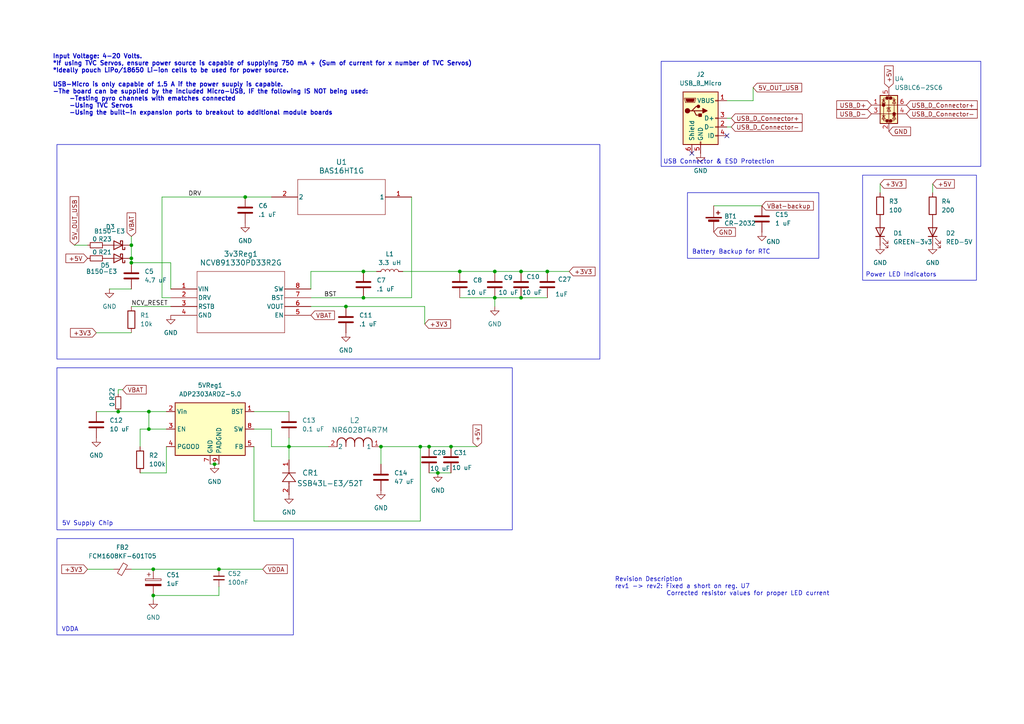
<source format=kicad_sch>
(kicad_sch (version 20231120) (generator "eeschema") (generator_version "8.0")
  (paper "A4")
  (title_block (title "H.A.V.O.C.") (date "2024-10-20") (rev "2"))
  (lib_symbols
    (symbol "5v power supply diode:SSB43L-E3_52T" (pin_names (offset 0.254))
      (property "Reference" "CR" (at 5.08 4.445 0))
      (property "Value" "SSB43L-E3/52T" (at 5.08 -3.81 0))
      (symbol "SSB43L-E3_52T_1_1"
        (polyline (pts (xy 2.54 0) (xy 3.4798 0)) (stroke (width 0.2032)))
        (polyline (pts (xy 3.175 0) (xy 3.81 0)) (stroke (width 0.2032)))
        (polyline (pts (xy 3.81 -1.905) (xy 6.35 0)) (stroke (width 0.2032)))
        (polyline (pts (xy 3.81 1.905) (xy 3.81 -1.905)) (stroke (width 0.2032)))
        (polyline (pts (xy 6.35 -1.905) (xy 6.35 1.905)) (stroke (width 0.2032)))
        (polyline (pts (xy 6.35 0) (xy 3.81 1.905)) (stroke (width 0.2032)))
        (polyline (pts (xy 6.35 0) (xy 7.62 0)) (stroke (width 0.2032)))
        (pin unspecified line (at 10.16 0 180) (length 2.54) (name "") (number "1"))
        (pin unspecified line (at 0 0 0) (length 2.54) (name "") (number "2"))
      )
      (symbol "SSB43L-E3_52T_1_2"
        (polyline (pts (xy -1.905 3.81) (xy 1.905 3.81)) (stroke (width 0.2032)))
        (polyline (pts (xy 0 2.54) (xy 0 3.4798)) (stroke (width 0.2032)))
        (polyline (pts (xy 0 3.175) (xy 0 3.81)) (stroke (width 0.2032)))
        (polyline (pts (xy 0 6.35) (xy -1.905 3.81)) (stroke (width 0.2032)))
        (polyline (pts (xy 0 6.35) (xy 0 7.62)) (stroke (width 0.2032)))
        (polyline (pts (xy 1.905 3.81) (xy 0 6.35)) (stroke (width 0.2032)))
        (polyline (pts (xy 1.905 6.35) (xy -1.905 6.35)) (stroke (width 0.2032)))
        (pin unspecified line (at 0 10.16 270) (length 2.54) (name "") (number "1"))
        (pin unspecified line (at 0 0 90) (length 2.54) (name "") (number "2"))
      )
    )
    (symbol "BAS16HT1G:BAS16HT1G" (pin_names (offset 0.254))
      (property "Reference" "U" (at 20.32 10.16 0))
      (property "Value" "BAS16HT1G" (at 20.32 7.62 0))
      (symbol "BAS16HT1G_0_1"
        (polyline (pts (xy 7.62 -5.08) (xy 33.02 -5.08)) (stroke (width 0.127)))
        (polyline (pts (xy 7.62 5.08) (xy 7.62 -5.08)) (stroke (width 0.127)))
        (polyline (pts (xy 33.02 -5.08) (xy 33.02 5.08)) (stroke (width 0.127)))
        (polyline (pts (xy 33.02 5.08) (xy 7.62 5.08)) (stroke (width 0.127)))
        (pin unspecified line (at 0 0 0) (length 7.62) (name "1") (number "1"))
        (pin unspecified line (at 40.64 0 180) (length 7.62) (name "2") (number "2"))
      )
    )
    (symbol "Connector:USB_B_Micro" (pin_names (offset 1.016))
      (property "Reference" "J" (at -5.08 11.43 0))
      (property "Value" "USB_B_Micro" (at -5.08 8.89 0))
      (symbol "USB_B_Micro_0_1"
        (rectangle (start -5.08 -7.62) (end 5.08 7.62) (stroke (width 0.254)) (fill (type background)))
        (circle (center -3.81 2.159) (radius 0.635) (stroke (width 0.254)) (fill (type outline)))
        (circle (center -0.635 3.429) (radius 0.381) (stroke (width 0.254)) (fill (type outline)))
        (rectangle (start -0.127 -7.62) (end 0.127 -6.858))
        (polyline (pts (xy -1.905 2.159) (xy 0.635 2.159)) (stroke (width 0.254)))
        (polyline (pts (xy -3.175 2.159) (xy -2.54 2.159) (xy -1.27 3.429) (xy -0.635 3.429)) (stroke (width 0.254)))
        (polyline (pts (xy -2.54 2.159) (xy -1.905 2.159) (xy -1.27 0.889) (xy 0 0.889)) (stroke (width 0.254)))
        (polyline (pts (xy 0.635 2.794) (xy 0.635 1.524) (xy 1.905 2.159) (xy 0.635 2.794)) (stroke (width 0.254)) (fill (type outline)))
        (polyline (pts (xy -4.318 5.588) (xy -1.778 5.588) (xy -2.032 4.826) (xy -4.064 4.826) (xy -4.318 5.588)) (fill (type outline)))
        (polyline (pts (xy -4.699 5.842) (xy -4.699 5.588) (xy -4.445 4.826) (xy -4.445 4.572) (xy -1.651 4.572) (xy -1.651 4.826) (xy -1.397 5.588) (xy -1.397 5.842) (xy -4.699 5.842)))
        (rectangle (start 0.254 1.27) (end -0.508 0.508) (stroke (width 0.254)) (fill (type outline)))
        (rectangle (start 5.08 -5.207) (end 4.318 -4.953))
        (rectangle (start 5.08 -2.667) (end 4.318 -2.413))
        (rectangle (start 5.08 -0.127) (end 4.318 0.127))
        (rectangle (start 5.08 4.953) (end 4.318 5.207))
      )
      (symbol "USB_B_Micro_1_1"
        (pin power_out line (at 7.62 5.08 180) (length 2.54) (name "VBUS") (number "1"))
        (pin bidirectional line (at 7.62 -2.54 180) (length 2.54) (name "D-") (number "2"))
        (pin bidirectional line (at 7.62 0 180) (length 2.54) (name "D+") (number "3"))
        (pin passive line (at 7.62 -5.08 180) (length 2.54) (name "ID") (number "4"))
        (pin power_out line (at 0 -10.16 90) (length 2.54) (name "GND") (number "5"))
        (pin passive line (at -2.54 -10.16 90) (length 2.54) (name "Shield") (number "6"))
      )
    )
    (symbol "Device:C" (pin_numbers hide) (pin_names (offset 0.254))
      (property "Reference" "C" (at 0.635 2.54 0))
      (property "Value" "C" (at 0.635 -2.54 0))
      (symbol "C_0_1"
        (polyline (pts (xy -2.032 -0.762) (xy 2.032 -0.762)) (stroke (width 0.508)))
        (polyline (pts (xy -2.032 0.762) (xy 2.032 0.762)) (stroke (width 0.508)))
      )
      (symbol "C_1_1"
        (pin passive line (at 0 3.81 270) (length 2.794) (name "~") (number "1"))
        (pin passive line (at 0 -3.81 90) (length 2.794) (name "~") (number "2"))
      )
    )
    (symbol "Device:L" (pin_numbers hide) (pin_names (offset 1.016) hide)
      (property "Reference" "L" (at -1.27 0 90))
      (property "Value" "L" (at 1.905 0 90))
      (symbol "L_0_1"
        (arc (start 0 -2.54) (mid 0.6323 -1.905) (end 0 -1.27))
        (arc (start 0 -1.27) (mid 0.6323 -0.635) (end 0 0))
        (arc (start 0 0) (mid 0.6323 0.635) (end 0 1.27))
        (arc (start 0 1.27) (mid 0.6323 1.905) (end 0 2.54))
      )
      (symbol "L_1_1"
        (pin passive line (at 0 3.81 270) (length 1.27) (name "1") (number "1"))
        (pin passive line (at 0 -3.81 90) (length 1.27) (name "2") (number "2"))
      )
    )
    (symbol "Device:R" (pin_numbers hide) (pin_names (offset 0))
      (property "Reference" "R" (at 2.032 0 90))
      (property "Value" "R" (at 0 0 90))
      (symbol "R_0_1"
        (rectangle (start -1.016 -2.54) (end 1.016 2.54) (stroke (width 0.254)))
      )
      (symbol "R_1_1"
        (pin passive line (at 0 3.81 270) (length 1.27) (name "~") (number "1"))
        (pin passive line (at 0 -3.81 90) (length 1.27) (name "~") (number "2"))
      )
    )
    (symbol "Device:R_Small" (pin_numbers hide) (pin_names (offset 0.254) hide)
      (property "Reference" "R" (at 0.762 0.508 0))
      (property "Value" "R_Small" (at 0.762 -1.016 0))
      (symbol "R_Small_0_1"
        (rectangle (start -0.762 1.778) (end 0.762 -1.778) (stroke (width 0.2032)))
      )
      (symbol "R_Small_1_1"
        (pin passive line (at 0 2.54 270) (length 0.762) (name "~") (number "1"))
        (pin passive line (at 0 -2.54 90) (length 0.762) (name "~") (number "2"))
      )
    )
    (symbol "Diode:B150-E3" (pin_numbers hide) (pin_names hide)
      (property "Reference" "D" (at 0 2.54 0))
      (property "Value" "B150-E3" (at 0 -2.54 0))
      (symbol "B150-E3_0_1"
        (polyline (pts (xy 1.27 0) (xy -1.27 0)))
        (polyline (pts (xy 1.27 1.27) (xy 1.27 -1.27) (xy -1.27 0) (xy 1.27 1.27)) (stroke (width 0.254)))
        (polyline (pts (xy -1.905 0.635) (xy -1.905 1.27) (xy -1.27 1.27) (xy -1.27 -1.27) (xy -0.635 -1.27) (xy -0.635 -0.635)) (stroke (width 0.254)))
      )
      (symbol "B150-E3_1_1"
        (pin passive line (at -3.81 0 0) (length 2.54) (name "K") (number "1"))
        (pin passive line (at 3.81 0 180) (length 2.54) (name "A") (number "2"))
      )
    )
    (symbol "HAVOC Power IC:NCV891330PD33R2G" (pin_names (offset 0.254))
      (property "Reference" "U" (at 20.32 10.16 0))
      (property "Value" "NCV891330PD33R2G" (at 20.32 7.62 0))
      (symbol "NCV891330PD33R2G_0_1"
        (polyline (pts (xy 7.62 -12.7) (xy 33.02 -12.7)) (stroke (width 0.127)))
        (polyline (pts (xy 7.62 5.08) (xy 7.62 -12.7)) (stroke (width 0.127)))
        (polyline (pts (xy 33.02 -12.7) (xy 33.02 5.08)) (stroke (width 0.127)))
        (polyline (pts (xy 33.02 5.08) (xy 7.62 5.08)) (stroke (width 0.127)))
        (pin input line (at 0 0 0) (length 7.62) (name "VIN") (number "1"))
        (pin output line (at 0 -2.54 0) (length 7.62) (name "DRV") (number "2"))
        (pin output line (at 0 -5.08 0) (length 7.62) (name "RSTB") (number "3"))
        (pin power_in line (at 0 -7.62 0) (length 7.62) (name "GND") (number "4"))
        (pin input line (at 40.64 -7.62 180) (length 7.62) (name "EN") (number "5"))
        (pin output line (at 40.64 -5.08 180) (length 7.62) (name "VOUT") (number "6"))
        (pin input line (at 40.64 -2.54 180) (length 7.62) (name "BST") (number "7"))
        (pin output line (at 40.64 0 180) (length 7.62) (name "SW") (number "8"))
      )
    )
    (symbol "NR6028T4R7M:NR6028T4R7M" (pin_names (offset 0.254))
      (property "Reference" "L" (at 6.985 5.08 0))
      (property "Value" "NR6028T4R7M" (at 6.985 -2.54 0))
      (symbol "NR6028T4R7M_1_1"
        (polyline (pts (xy 2.54 0) (xy 2.54 1.27)) (stroke (width 0.2032)))
        (polyline (pts (xy 5.08 0) (xy 5.08 1.27)) (stroke (width 0.2032)))
        (polyline (pts (xy 7.62 0) (xy 7.62 1.27)) (stroke (width 0.2032)))
        (polyline (pts (xy 10.16 0) (xy 10.16 1.27)) (stroke (width 0.2032)))
        (polyline (pts (xy 12.7 0) (xy 12.7 1.27)) (stroke (width 0.2032)))
        (arc (start 5.08 1.27) (mid 3.81 2.5344) (end 2.54 1.27) (stroke (width 0.254)))
        (arc (start 7.62 1.27) (mid 6.35 2.5344) (end 5.08 1.27) (stroke (width 0.254)))
        (arc (start 10.16 1.27) (mid 8.89 2.5344) (end 7.62 1.27) (stroke (width 0.254)))
        (arc (start 12.7 1.27) (mid 11.43 2.5344) (end 10.16 1.27) (stroke (width 0.254)))
        (pin unspecified line (at 15.24 0 180) (length 2.54) (name "1") (number "1"))
        (pin unspecified line (at 0 0 0) (length 2.54) (name "2") (number "2"))
      )
      (symbol "NR6028T4R7M_1_2"
        (arc (start -1.27 5.08) (mid -2.5344 3.81) (end -1.27 2.54) (stroke (width 0.254)))
        (arc (start -1.27 7.62) (mid -2.5344 6.35) (end -1.27 5.08) (stroke (width 0.254)))
        (arc (start -1.27 10.16) (mid -2.5344 8.89) (end -1.27 7.62) (stroke (width 0.254)))
        (arc (start -1.27 12.7) (mid -2.5344 11.43) (end -1.27 10.16) (stroke (width 0.254)))
        (polyline (pts (xy 0 2.54) (xy -1.27 2.54)) (stroke (width 0.2032)))
        (polyline (pts (xy 0 5.08) (xy -1.27 5.08)) (stroke (width 0.2032)))
        (polyline (pts (xy 0 7.62) (xy -1.27 7.62)) (stroke (width 0.2032)))
        (polyline (pts (xy 0 10.16) (xy -1.27 10.16)) (stroke (width 0.2032)))
        (polyline (pts (xy 0 12.7) (xy -1.27 12.7)) (stroke (width 0.2032)))
        (pin unspecified line (at 0 15.24 270) (length 2.54) (name "1") (number "1"))
        (pin unspecified line (at 0 0 90) (length 2.54) (name "2") (number "2"))
      )
    )
    (symbol "Power_Protection:USBLC6-2SC6" (pin_names hide)
      (property "Reference" "U" (at 0.635 5.715 0))
      (property "Value" "USBLC6-2SC6" (at 0.635 3.81 0))
      (symbol "USBLC6-2SC6_0_0"
        (circle (center -1.524 0) (radius 0.0001) (stroke (width 0.508)))
        (circle (center -0.508 -4.572) (radius 0.0001) (stroke (width 0.508)))
        (circle (center -0.508 2.032) (radius 0.0001) (stroke (width 0.508)))
        (circle (center 0.508 -4.572) (radius 0.0001) (stroke (width 0.508)))
        (circle (center 0.508 2.032) (radius 0.0001) (stroke (width 0.508)))
        (circle (center 1.524 -2.54) (radius 0.0001) (stroke (width 0.508)))
      )
      (symbol "USBLC6-2SC6_0_1"
        (polyline (pts (xy -2.54 -2.54) (xy 2.54 -2.54)))
        (polyline (pts (xy -2.54 0) (xy 2.54 0)))
        (polyline (pts (xy -2.032 -3.048) (xy -1.016 -3.048)))
        (polyline (pts (xy -1.016 1.524) (xy -2.032 1.524)))
        (polyline (pts (xy 1.016 -3.048) (xy 2.032 -3.048)))
        (polyline (pts (xy 1.016 1.524) (xy 2.032 1.524)))
        (polyline (pts (xy -0.508 -1.143) (xy -0.508 -0.762) (xy 0.508 -0.762)))
        (polyline (pts (xy -2.032 0.508) (xy -1.016 0.508) (xy -1.524 1.524) (xy -2.032 0.508)))
        (polyline (pts (xy -1.016 -4.064) (xy -2.032 -4.064) (xy -1.524 -3.048) (xy -1.016 -4.064)))
        (polyline (pts (xy 0.508 -1.778) (xy -0.508 -1.778) (xy 0 -0.762) (xy 0.508 -1.778)))
        (polyline (pts (xy 2.032 -4.064) (xy 1.016 -4.064) (xy 1.524 -3.048) (xy 2.032 -4.064)))
        (polyline (pts (xy 2.032 0.508) (xy 1.016 0.508) (xy 1.524 1.524) (xy 2.032 0.508)))
        (polyline (pts (xy 0 2.54) (xy -0.508 2.032) (xy 0.508 2.032) (xy 0 1.524) (xy 0 -4.064) (xy -0.508 -4.572) (xy 0.508 -4.572) (xy 0 -5.08)))
      )
      (symbol "USBLC6-2SC6_1_1"
        (rectangle (start -2.54 2.794) (end 2.54 -5.334) (stroke (width 0.254)) (fill (type background)))
        (polyline (pts (xy -0.508 2.032) (xy -1.524 2.032) (xy -1.524 -4.572) (xy -0.508 -4.572)))
        (polyline (pts (xy 0.508 -4.572) (xy 1.524 -4.572) (xy 1.524 2.032) (xy 0.508 2.032)))
        (pin passive line (at -5.08 0 0) (length 2.54) (name "I/O1") (number "1"))
        (pin passive line (at 0 -7.62 90) (length 2.54) (name "GND") (number "2"))
        (pin passive line (at -5.08 -2.54 0) (length 2.54) (name "I/O2") (number "3"))
        (pin passive line (at 5.08 -2.54 180) (length 2.54) (name "I/O2") (number "4"))
        (pin passive line (at 0 5.08 270) (length 2.54) (name "VBUS") (number "5"))
        (pin passive line (at 5.08 0 180) (length 2.54) (name "I/O1") (number "6"))
      )
    )
    (symbol "Regulator_Switching:ADP2303ARDZ-5.0"
      (property "Reference" "U" (at -10.16 8.89 0))
      (property "Value" "ADP2303ARDZ-5.0" (at -3.81 8.89 0))
      (symbol "ADP2303ARDZ-5.0_0_1"
        (rectangle (start -10.16 7.62) (end 10.16 -7.62) (stroke (width 0.254)) (fill (type background)))
      )
      (symbol "ADP2303ARDZ-5.0_1_1"
        (pin input line (at 12.7 5.08 180) (length 2.54) (name "BST") (number "1"))
        (pin power_in line (at -12.7 5.08 0) (length 2.54) (name "Vin") (number "2"))
        (pin input line (at -12.7 0 0) (length 2.54) (name "EN") (number "3"))
        (pin output line (at -12.7 -5.08 0) (length 2.54) (name "PGOOD") (number "4"))
        (pin input line (at 12.7 -5.08 180) (length 2.54) (name "FB") (number "5"))
        (pin no_connect line (at -10.16 2.54 0) (length 2.54) hide (name "NC") (number "6"))
        (pin power_in line (at 0 -10.16 90) (length 2.54) (name "GND") (number "7"))
        (pin power_out line (at 12.7 0 180) (length 2.54) (name "SW") (number "8"))
        (pin power_in line (at 2.54 -10.16 90) (length 2.54) (name "PADGND") (number "9"))
      )
    )
    (symbol "cr-2032:CR-2032" (pin_numbers hide) (pin_names (offset 0) hide)
      (property "Reference" "BT" (at 2.54 2.54 0))
      (property "Value" "CR-2032" (at 2.54 0 0))
      (symbol "CR-2032_0_1"
        (rectangle (start -2.286 1.778) (end 2.286 1.524) (fill (type outline)))
        (rectangle (start -1.524 1.016) (end 1.524 0.508) (fill (type outline)))
        (polyline (pts (xy 0 0.762) (xy 0 0)))
        (polyline (pts (xy 0 1.778) (xy 0 2.54)))
        (polyline (pts (xy 0.762 3.048) (xy 1.778 3.048)) (stroke (width 0.254)))
        (polyline (pts (xy 1.27 3.556) (xy 1.27 2.54)) (stroke (width 0.254)))
      )
      (symbol "CR-2032_1_1"
        (pin passive line (at 0 5.08 270) (length 2.54) (name "+") (number "1"))
        (pin passive line (at 0 -2.54 90) (length 2.54) (name "-") (number "2"))
      )
    )
    (symbol "cr-2032:C_Polarized" (pin_numbers hide) (pin_names (offset 0.254))
      (property "Reference" "C" (at 0.635 2.54 0))
      (property "Value" "C_Polarized" (at 0.635 -2.54 0))
      (symbol "C_Polarized_0_1"
        (rectangle (start -2.286 0.508) (end 2.286 1.016))
        (polyline (pts (xy -1.778 2.286) (xy -0.762 2.286)))
        (polyline (pts (xy -1.27 2.794) (xy -1.27 1.778)))
        (rectangle (start 2.286 -0.508) (end -2.286 -1.016) (fill (type outline)))
      )
      (symbol "C_Polarized_1_1"
        (pin passive line (at 0 3.81 270) (length 2.794) (name "~") (number "1"))
        (pin passive line (at 0 -3.81 90) (length 2.794) (name "~") (number "2"))
      )
    )
    (symbol "cr-2032:C_Small" (pin_numbers hide) (pin_names (offset 0.254) hide)
      (property "Reference" "C" (at 0.254 1.778 0))
      (property "Value" "C_Small" (at 0.254 -2.032 0))
      (symbol "C_Small_0_1"
        (polyline (pts (xy -1.524 -0.508) (xy 1.524 -0.508)) (stroke (width 0.3302)))
        (polyline (pts (xy -1.524 0.508) (xy 1.524 0.508)) (stroke (width 0.3048)))
      )
      (symbol "C_Small_1_1"
        (pin passive line (at 0 2.54 270) (length 2.032) (name "~") (number "1"))
        (pin passive line (at 0 -2.54 90) (length 2.032) (name "~") (number "2"))
      )
    )
    (symbol "cr-2032:FerriteBead_Small" (pin_numbers hide) (pin_names (offset 0))
      (property "Reference" "FB" (at 1.905 1.27 0))
      (property "Value" "FerriteBead_Small" (at 1.905 -1.27 0))
      (symbol "FerriteBead_Small_0_1"
        (polyline (pts (xy 0 -1.27) (xy 0 -0.7874)))
        (polyline (pts (xy 0 0.889) (xy 0 1.2954)))
        (polyline (pts (xy -1.8288 0.2794) (xy -1.1176 1.4986) (xy 1.8288 -0.2032) (xy 1.1176 -1.4224) (xy -1.8288 0.2794)))
      )
      (symbol "FerriteBead_Small_1_1"
        (pin passive line (at 0 2.54 270) (length 1.27) (name "~") (number "1"))
        (pin passive line (at 0 -2.54 90) (length 1.27) (name "~") (number "2"))
      )
    )
    (symbol "cr-2032:LED" (pin_numbers hide) (pin_names (offset 1.016) hide)
      (property "Reference" "D" (at 0 2.54 0))
      (property "Value" "LED" (at 0 -2.54 0))
      (symbol "LED_0_1"
        (polyline (pts (xy -1.27 -1.27) (xy -1.27 1.27)) (stroke (width 0.254)))
        (polyline (pts (xy -1.27 0) (xy 1.27 0)))
        (polyline (pts (xy 1.27 -1.27) (xy 1.27 1.27) (xy -1.27 0) (xy 1.27 -1.27)) (stroke (width 0.254)))
        (polyline (pts (xy -3.048 -0.762) (xy -4.572 -2.286) (xy -3.81 -2.286) (xy -4.572 -2.286) (xy -4.572 -1.524)))
        (polyline (pts (xy -1.778 -0.762) (xy -3.302 -2.286) (xy -2.54 -2.286) (xy -3.302 -2.286) (xy -3.302 -1.524)))
      )
      (symbol "LED_1_1"
        (pin passive line (at -3.81 0 0) (length 2.54) (name "K") (number "1"))
        (pin passive line (at 3.81 0 180) (length 2.54) (name "A") (number "2"))
      )
    )
    (symbol "power:GND" (power) (pin_numbers hide) (pin_names (offset 0) hide)
      (property "Value" "GND" (at 0 -3.81 0))
      (symbol "GND_0_1"
        (polyline (pts (xy 0 0) (xy 0 -1.27) (xy 1.27 -1.27) (xy 0 -2.54) (xy -1.27 -1.27) (xy 0 -1.27)))
      )
      (symbol "GND_1_1"
        (pin power_in line (at 0 0 270) (length 0) (name "~") (number "1"))
      )
    )
  )
  (junction (at 127 137.16))
  (junction (at 105.41 78.74))
  (junction (at 34.29 119.38))
  (junction (at 43.18 119.38))
  (junction (at 130.81 129.54))
  (junction (at 151.13 78.74))
  (junction (at 38.1 71.12))
  (junction (at 158.75 78.74))
  (junction (at 71.12 57.15))
  (junction (at 110.49 129.54))
  (junction (at 38.1 74.93))
  (junction (at 63.5 165.1))
  (junction (at 143.51 86.36))
  (junction (at 124.46 129.54))
  (junction (at 143.51 78.74))
  (junction (at 62.23 134.62))
  (junction (at 38.1 76.2))
  (junction (at 44.45 172.72))
  (junction (at 105.41 86.36))
  (junction (at 121.92 129.54))
  (junction (at 151.13 86.36))
  (junction (at 43.18 124.46))
  (junction (at 133.35 78.74))
  (junction (at 44.45 165.1))
  (junction (at 100.33 88.9))
  (junction (at 83.82 129.54))
  (no_connect (at 210.82 39.37))
  (no_connect (at 200.66 44.45))
  (wire (pts (xy 25.4 165.1) (xy 33.02 165.1)))
  (wire (pts (xy 100.33 88.9) (xy 123.19 88.9)))
  (wire (pts (xy 255.27 55.88) (xy 255.27 53.34)))
  (wire (pts (xy 105.41 78.74) (xy 90.17 78.74)))
  (wire (pts (xy 43.18 119.38) (xy 43.18 124.46)))
  (wire (pts (xy 73.66 119.38) (xy 83.82 119.38)))
  (wire (pts (xy 83.82 129.54) (xy 83.82 133.35)))
  (wire (pts (xy 27.94 119.38) (xy 34.29 119.38)))
  (wire (pts (xy 43.18 119.38) (xy 48.26 119.38)))
  (wire (pts (xy 143.51 88.9) (xy 143.51 86.36)))
  (wire (pts (xy 63.5 170.18) (xy 63.5 172.72)))
  (wire (pts (xy 158.75 78.74) (xy 165.1 78.74)))
  (wire (pts (xy 46.99 57.15) (xy 71.12 57.15)))
  (wire (pts (xy 119.38 57.15) (xy 119.38 86.36)))
  (wire (pts (xy 63.5 172.72) (xy 44.45 172.72)))
  (wire (pts (xy 44.45 165.1) (xy 63.5 165.1)))
  (wire (pts (xy 143.51 86.36) (xy 151.13 86.36)))
  (wire (pts (xy 43.18 124.46) (xy 48.26 124.46)))
  (wire (pts (xy 116.84 78.74) (xy 133.35 78.74)))
  (wire (pts (xy 40.64 124.46) (xy 43.18 124.46)))
  (wire (pts (xy 60.96 134.62) (xy 62.23 134.62)))
  (wire (pts (xy 105.41 86.36) (xy 90.17 86.36)))
  (wire (pts (xy 27.94 96.52) (xy 38.1 96.52)))
  (wire (pts (xy 212.09 36.83) (xy 210.82 36.83)))
  (wire (pts (xy 130.81 129.54) (xy 138.43 129.54)))
  (wire (pts (xy 90.17 88.9) (xy 100.33 88.9)))
  (wire (pts (xy 218.44 25.4) (xy 218.44 29.21)))
  (wire (pts (xy 78.74 57.15) (xy 71.12 57.15)))
  (wire (pts (xy 119.38 86.36) (xy 105.41 86.36)))
  (wire (pts (xy 210.82 29.21) (xy 218.44 29.21)))
  (wire (pts (xy 38.1 76.2) (xy 49.53 76.2)))
  (wire (pts (xy 212.09 34.29) (xy 210.82 34.29)))
  (wire (pts (xy 127 137.16) (xy 130.81 137.16)))
  (wire (pts (xy 78.74 129.54) (xy 83.82 129.54)))
  (wire (pts (xy 44.45 173.99) (xy 44.45 172.72)))
  (wire (pts (xy 38.1 68.58) (xy 38.1 71.12)))
  (wire (pts (xy 83.82 129.54) (xy 95.25 129.54)))
  (wire (pts (xy 123.19 88.9) (xy 123.19 93.98)))
  (wire (pts (xy 121.92 151.13) (xy 121.92 129.54)))
  (wire (pts (xy 34.29 119.38) (xy 43.18 119.38)))
  (wire (pts (xy 105.41 78.74) (xy 109.22 78.74)))
  (wire (pts (xy 121.92 129.54) (xy 124.46 129.54)))
  (wire (pts (xy 121.92 129.54) (xy 110.49 129.54)))
  (wire (pts (xy 73.66 124.46) (xy 78.74 124.46)))
  (wire (pts (xy 270.51 55.88) (xy 270.51 53.34)))
  (wire (pts (xy 133.35 86.36) (xy 143.51 86.36)))
  (wire (pts (xy 90.17 78.74) (xy 90.17 83.82)))
  (wire (pts (xy 46.99 86.36) (xy 49.53 86.36)))
  (wire (pts (xy 83.82 127) (xy 83.82 129.54)))
  (wire (pts (xy 110.49 134.62) (xy 110.49 129.54)))
  (wire (pts (xy 46.99 57.15) (xy 46.99 86.36)))
  (wire (pts (xy 48.26 137.16) (xy 48.26 129.54)))
  (wire (pts (xy 38.1 71.12) (xy 38.1 74.93)))
  (wire (pts (xy 143.51 78.74) (xy 151.13 78.74)))
  (wire (pts (xy 133.35 78.74) (xy 143.51 78.74)))
  (wire (pts (xy 151.13 86.36) (xy 158.75 86.36)))
  (wire (pts (xy 40.64 129.54) (xy 40.64 124.46)))
  (wire (pts (xy 73.66 151.13) (xy 121.92 151.13)))
  (wire (pts (xy 62.23 134.62) (xy 63.5 134.62)))
  (wire (pts (xy 124.46 137.16) (xy 127 137.16)))
  (wire (pts (xy 124.46 129.54) (xy 130.81 129.54)))
  (wire (pts (xy 31.75 83.82) (xy 38.1 83.82)))
  (wire (pts (xy 40.64 137.16) (xy 48.26 137.16)))
  (wire (pts (xy 35.56 113.03) (xy 34.29 113.03)))
  (wire (pts (xy 49.53 83.82) (xy 49.53 76.2)))
  (wire (pts (xy 38.1 165.1) (xy 44.45 165.1)))
  (wire (pts (xy 38.1 74.93) (xy 38.1 76.2)))
  (wire (pts (xy 207.01 59.69) (xy 220.98 59.69)))
  (wire (pts (xy 38.1 88.9) (xy 49.53 88.9)))
  (wire (pts (xy 21.59 71.12) (xy 25.4 71.12)))
  (wire (pts (xy 78.74 124.46) (xy 78.74 129.54)))
  (wire (pts (xy 151.13 78.74) (xy 158.75 78.74)))
  (wire (pts (xy 73.66 129.54) (xy 73.66 151.13)))
  (wire (pts (xy 34.29 113.03) (xy 34.29 114.3)))
  (wire (pts (xy 63.5 165.1) (xy 76.2 165.1)))
  (rectangle (start 250.19 50.8) (end 283.21 81.28))
  (rectangle (start 16.51 156.21) (end 85.09 184.15))
  (rectangle (start 199.39 55.88) (end 237.49 74.93))
  (rectangle (start 16.51 106.68) (end 148.59 153.67))
  (rectangle (start 16.51 41.91) (end 173.99 104.14))
  (rectangle (start 191.77 17.78) (end 284.48 48.26))
  (text "USB Connector & ESD Protection" (at 208.534 46.99 0) (effects (font (size 1.27 1.27))))
  (text "5V Supply Chip" (at 25.4 151.892 0) (effects (font (size 1.27 1.27))))
  (text "Input Voltage: 4-20 Volts. \n*If using TVC Servos, ensure power source is capable of supplying 750 mA + (Sum of current for x number of TVC Servos)\n*Ideally pouch LiPo/18650 Li-ion cells to be used for power source. \n\nUSB-Micro is only capable of 1.5 A if the power suuply is capable. \n-The board can be supplied by the included Micro-USB, IF the following IS NOT being used: \n	-Testing pyro channels with ematches connected\n	-Using TVC Servos\n	-Using the built-in expansion ports to breakout to additional module boards " (at 15.24 24.638 0) (effects (font (size 1.27 1.27) (thickness 0.254) (bold yes)) (justify left)))
  (text "Revision Description \nrev1 -> rev2: Fixed a short on reg. U7\n			Corrected resistor values for proper LED current\n			  \n			  " (at 178.308 172.212 0) (effects (font (size 1.27 1.27)) (justify left)))
  (text "VDDA\n" (at 20.32 182.626 0) (effects (font (size 1.27 1.27))))
  (text "Power LED Indicators" (at 261.366 79.756 0) (effects (font (size 1.27 1.27))))
  (text "Battery Backup for RTC\n" (at 212.09 73.152 0) (effects (font (size 1.27 1.27))))
  (label "DRV" (at 54.61 57.15 0))
  (label "NCV_RESET" (at 38.1 88.9 0))
  (label "BST" (at 93.98 86.36 0))
  (global_label "VBAT" (shape input) (at 35.56 113.03 0) (property "Intersheetrefs" "${INTERSHEET_REFS}" (effects (hide yes))))
  (global_label "VBAT" (shape input) (at 38.1 68.58 90) (property "Intersheetrefs" "${INTERSHEET_REFS}" (effects (hide yes))))
  (global_label "GND" (shape input) (at 207.01 67.31 0) (property "Intersheetrefs" "${INTERSHEET_REFS}" (effects (hide yes))))
  (global_label "+5V" (shape input) (at 257.81 25.4 90) (property "Intersheetrefs" "${INTERSHEET_REFS}" (effects (hide yes))))
  (global_label "+3V3" (shape input) (at 123.19 93.98 0) (property "Intersheetrefs" "${INTERSHEET_REFS}" (effects (hide yes))))
  (global_label "USB_D_Connector+" (shape input) (at 212.09 34.29 0) (property "Intersheetrefs" "${INTERSHEET_REFS}" (effects (hide yes))))
  (global_label "USB_D+" (shape input) (at 252.73 30.48 180) (property "Intersheetrefs" "${INTERSHEET_REFS}" (effects (hide yes))))
  (global_label "+5V" (shape input) (at 270.51 53.34 0) (property "Intersheetrefs" "${INTERSHEET_REFS}" (effects (hide yes))))
  (global_label "USB_D_Connector-" (shape input) (at 212.09 36.83 0) (property "Intersheetrefs" "${INTERSHEET_REFS}" (effects (hide yes))))
  (global_label "+5V" (shape input) (at 25.4 74.93 180) (property "Intersheetrefs" "${INTERSHEET_REFS}" (effects (hide yes))))
  (global_label "+5V" (shape input) (at 138.43 129.54 90) (property "Intersheetrefs" "${INTERSHEET_REFS}" (effects (hide yes))))
  (global_label "+3V3" (shape input) (at 165.1 78.74 0) (property "Intersheetrefs" "${INTERSHEET_REFS}" (effects (hide yes))))
  (global_label "GND" (shape input) (at 257.81 38.1 0) (property "Intersheetrefs" "${INTERSHEET_REFS}" (effects (hide yes))))
  (global_label "5V_OUT_USB" (shape input) (at 218.44 25.4 0) (property "Intersheetrefs" "${INTERSHEET_REFS}" (effects (hide yes))))
  (global_label "USB_D_Connector-" (shape input) (at 262.89 33.02 0) (property "Intersheetrefs" "${INTERSHEET_REFS}" (effects (hide yes))))
  (global_label "USB_D-" (shape input) (at 252.73 33.02 180) (property "Intersheetrefs" "${INTERSHEET_REFS}" (effects (hide yes))))
  (global_label "VBat-backup" (shape input) (at 220.98 59.69 0) (property "Intersheetrefs" "${INTERSHEET_REFS}" (effects (hide yes))))
  (global_label "+3V3" (shape input) (at 27.94 96.52 180) (property "Intersheetrefs" "${INTERSHEET_REFS}" (effects (hide yes))))
  (global_label "USB_D_Connector+" (shape input) (at 262.89 30.48 0) (property "Intersheetrefs" "${INTERSHEET_REFS}" (effects (hide yes))))
  (global_label "VBAT" (shape input) (at 90.17 91.44 0) (property "Intersheetrefs" "${INTERSHEET_REFS}" (effects (hide yes))))
  (global_label "5V_OUT_USB" (shape input) (at 21.59 71.12 90) (property "Intersheetrefs" "${INTERSHEET_REFS}" (effects (hide yes))))
  (global_label "+3V3" (shape input) (at 255.27 53.34 0) (property "Intersheetrefs" "${INTERSHEET_REFS}" (effects (hide yes))))
  (global_label "+3V3" (shape input) (at 25.4 165.1 180) (property "Intersheetrefs" "${INTERSHEET_REFS}" (effects (hide yes))))
  (global_label "VDDA" (shape input) (at 76.2 165.1 0) (property "Intersheetrefs" "${INTERSHEET_REFS}" (effects (hide yes))))
  (symbol (lib_id "power:GND") (at 83.82 143.51 0) (unit 1)
    (property "Reference" "#PWR059" (effects (hide yes)))
    (property "Value" "GND" (at 83.82 148.59 0))
    (property "Description" "Power symbol creates a global label with name \"GND\" , ground" (effects (hide yes)))
  )
  (symbol (lib_id "5v power supply diode:SSB43L-E3_52T") (at 83.82 143.51 90) (unit 1)
    (property "Reference" "CR1" (at 87.63 137.1599 90) (effects (font (size 1.524 1.524)) (justify right)))
    (property "Value" "SSB43L-E3/52T" (at 86.106 140.208 90) (effects (font (size 1.524 1.524)) (justify right)))
    (property "Footprint" "ssb43:DIODE_DO214AA_MBRS" (effects (hide yes)))
    (property "Datasheet" "SSB43L-E3/52T" (effects (hide yes)))
  )
  (symbol (lib_id "Device:C") (at 71.12 60.96 0) (unit 1)
    (property "Reference" "C6" (at 74.93 59.6899 0) (effects (justify left)))
    (property "Value" ".1 uF" (at 74.93 62.2299 0) (effects (justify left)))
    (property "Footprint" "Capacitor_SMD:C_0805_2012Metric_Pad1.18x1.45mm_HandSolder" (effects (hide yes)))
    (property "Description" "Unpolarized capacitor" (effects (hide yes)))
  )
  (symbol (lib_id "Device:R_Small") (at 27.94 74.93 90) (unit 1)
    (property "Reference" "R21" (at 30.48 73.152 90))
    (property "Value" "0 " (at 27.94 73.152 90))
    (property "Footprint" "Resistor_SMD:R_0805_2012Metric_Pad1.20x1.40mm_HandSolder" (effects (hide yes)))
    (property "Description" "Resistor, small symbol" (effects (hide yes)))
  )
  (symbol (lib_id "Diode:B150-E3") (at 34.29 74.93 180) (unit 1)
    (property "Reference" "D5" (at 30.48 76.962 0))
    (property "Value" "B150-E3" (at 29.464 78.74 0))
    (property "Footprint" "Diode_SMD:D_SMA" (effects (hide yes)))
    (property "Datasheet" "http://www.vishay.com/docs/88946/b120.pdf" (effects (hide yes)))
    (property "Description" "50V 1A Schottky Barrier Rectifier Diode, SMA(DO-214AC)" (effects (hide yes)))
  )
  (symbol (lib_id "power:GND") (at 143.51 88.9 0) (unit 1)
    (property "Reference" "#PWR068" (effects (hide yes)))
    (property "Value" "GND" (at 143.51 93.98 0))
    (property "Description" "Power symbol creates a global label with name \"GND\" , ground" (effects (hide yes)))
  )
  (symbol (lib_id "cr-2032:C_Small") (at 63.5 167.64 0) (unit 1)
    (property "Reference" "C52" (at 66.04 166.3762 0) (effects (justify left)))
    (property "Value" "100nF" (at 66.04 168.9162 0) (effects (justify left)))
    (property "Footprint" "Capacitor_SMD:C_0805_2012Metric_Pad1.18x1.45mm_HandSolder" (effects (hide yes)))
    (property "Description" "Unpolarized capacitor, small symbol" (effects (hide yes)))
  )
  (symbol (lib_id "Device:C") (at 151.13 82.55 0) (unit 1)
    (property "Reference" "C10" (at 152.654 80.264 0) (effects (justify left)))
    (property "Value" "10 uF" (at 151.384 84.836 0) (effects (justify left)))
    (property "Footprint" "Capacitor_SMD:C_0805_2012Metric_Pad1.18x1.45mm_HandSolder" (effects (hide yes)))
    (property "Description" "Unpolarized capacitor" (effects (hide yes)))
  )
  (symbol (lib_id "Device:C") (at 100.33 92.71 0) (unit 1)
    (property "Reference" "C11" (at 104.14 91.4399 0) (effects (justify left)))
    (property "Value" ".1 uF" (at 104.14 93.9799 0) (effects (justify left)))
    (property "Footprint" "Capacitor_SMD:C_0805_2012Metric_Pad1.18x1.45mm_HandSolder" (effects (hide yes)))
    (property "Description" "Unpolarized capacitor" (effects (hide yes)))
  )
  (symbol (lib_id "Diode:B150-E3") (at 34.29 71.12 180) (unit 1)
    (property "Reference" "D3" (at 32.004 65.786 0))
    (property "Value" "B150-E3" (at 31.75 67.056 0))
    (property "Footprint" "Diode_SMD:D_SMA" (effects (hide yes)))
    (property "Datasheet" "http://www.vishay.com/docs/88946/b120.pdf" (effects (hide yes)))
    (property "Description" "50V 1A Schottky Barrier Rectifier Diode, SMA(DO-214AC)" (effects (hide yes)))
  )
  (symbol (lib_id "power:GND") (at 255.27 71.12 0) (unit 1)
    (property "Reference" "#PWR06" (effects (hide yes)))
    (property "Value" "GND" (at 255.27 76.2 0))
    (property "Description" "Power symbol creates a global label with name \"GND\" , ground" (effects (hide yes)))
  )
  (symbol (lib_id "Device:C") (at 83.82 123.19 0) (unit 1)
    (property "Reference" "C13" (at 87.63 121.9199 0) (effects (justify left)))
    (property "Value" "0.1 uF" (at 87.63 124.4599 0) (effects (justify left)))
    (property "Footprint" "Capacitor_SMD:C_0805_2012Metric_Pad1.18x1.45mm_HandSolder" (effects (hide yes)))
    (property "Description" "Unpolarized capacitor" (effects (hide yes)))
  )
  (symbol (lib_id "power:GND") (at 100.33 96.52 0) (unit 1)
    (property "Reference" "#PWR070" (effects (hide yes)))
    (property "Value" "GND" (at 100.33 101.6 0))
    (property "Description" "Power symbol creates a global label with name \"GND\" , ground" (effects (hide yes)))
  )
  (symbol (lib_id "Device:C") (at 105.41 82.55 0) (unit 1)
    (property "Reference" "C7" (at 109.22 81.2799 0) (effects (justify left)))
    (property "Value" ".1 uF" (at 109.22 83.8199 0) (effects (justify left)))
    (property "Footprint" "Capacitor_SMD:C_0805_2012Metric_Pad1.18x1.45mm_HandSolder" (effects (hide yes)))
    (property "Description" "Unpolarized capacitor" (effects (hide yes)))
  )
  (symbol (lib_id "Device:C") (at 158.75 82.55 0) (unit 1)
    (property "Reference" "C27" (at 161.798 81.026 0) (effects (justify left)))
    (property "Value" "1uF" (at 161.036 85.344 0) (effects (justify left)))
    (property "Footprint" "Capacitor_SMD:C_0805_2012Metric_Pad1.18x1.45mm_HandSolder" (effects (hide yes)))
    (property "Description" "Unpolarized capacitor" (effects (hide yes)))
    (property "Sim.Device" "C" (effects (hide yes)))
    (property "Sim.Pins" "1=+ 2=-" (effects (hide yes)))
  )
  (symbol (lib_id "cr-2032:LED") (at 270.51 67.31 90) (unit 1)
    (property "Reference" "D2" (at 274.32 67.6274 90) (effects (justify right)))
    (property "Value" "RED-5V" (at 274.32 70.1674 90) (effects (justify right)))
    (property "Footprint" "LED_SMD:LED_0805_2012Metric_Pad1.15x1.40mm_HandSolder" (effects (hide yes)))
    (property "Description" "Light emitting diode" (effects (hide yes)))
  )
  (symbol (lib_id "power:GND") (at 270.51 71.12 0) (unit 1)
    (property "Reference" "#PWR018" (effects (hide yes)))
    (property "Value" "GND" (at 270.51 76.2 0))
    (property "Description" "Power symbol creates a global label with name \"GND\" , ground" (effects (hide yes)))
  )
  (symbol (lib_id "Device:L") (at 113.03 78.74 90) (unit 1)
    (property "Reference" "L1" (at 113.03 73.66 90))
    (property "Value" "3.3 uH" (at 113.03 76.2 90))
    (property "Footprint" "NRS5030T3:IND_NRS5030_TAY" (effects (hide yes)))
    (property "Description" "Inductor" (effects (hide yes)))
  )
  (symbol (lib_id "BAS16HT1G:BAS16HT1G") (at 119.38 57.15 180) (unit 1)
    (property "Reference" "U1" (at 99.06 46.99 0) (effects (font (size 1.524 1.524))))
    (property "Value" "BAS16HT1G" (at 99.06 49.53 0) (effects (font (size 1.524 1.524))))
    (property "Footprint" "bas16ht1g:SOD_16HT1G_ONS" (effects (hide yes)))
    (property "Datasheet" "BAS16HT1G" (effects (hide yes)))
  )
  (symbol (lib_id "power:GND") (at 203.2 44.45 0) (unit 1)
    (property "Reference" "#PWR072" (effects (hide yes)))
    (property "Value" "GND" (at 203.2 49.53 0))
    (property "Description" "Power symbol creates a global label with name \"GND\" , ground" (effects (hide yes)))
  )
  (symbol (lib_id "HAVOC Power IC:NCV891330PD33R2G") (at 49.53 83.82 0) (unit 1)
    (property "Reference" "3v3Reg1" (at 69.85 73.66 0) (effects (font (size 1.524 1.524))))
    (property "Value" "NCV891330PD33R2G" (at 69.85 76.2 0) (effects (font (size 1.524 1.524))))
    (property "Footprint" "NCV891330PD33R2G:SOIC8_3P9X4P9_ONS" (effects (hide yes)))
    (property "Datasheet" "NCV891330PD33R2G" (effects (hide yes)))
  )
  (symbol (lib_id "Device:C") (at 38.1 80.01 0) (unit 1)
    (property "Reference" "C5" (at 41.91 78.7399 0) (effects (justify left)))
    (property "Value" "4.7 uF" (at 41.91 81.2799 0) (effects (justify left)))
    (property "Footprint" "Capacitor_SMD:C_0805_2012Metric_Pad1.18x1.45mm_HandSolder" (effects (hide yes)))
    (property "Description" "Unpolarized capacitor" (effects (hide yes)))
  )
  (symbol (lib_id "power:GND") (at 110.49 142.24 0) (unit 1)
    (property "Reference" "#PWR060" (effects (hide yes)))
    (property "Value" "GND" (at 110.49 147.32 0))
    (property "Description" "Power symbol creates a global label with name \"GND\" , ground" (effects (hide yes)))
  )
  (symbol (lib_id "cr-2032:CR-2032") (at 207.01 64.77 0) (unit 1)
    (property "Reference" "BT1" (at 210.058 62.738 0) (effects (justify left)))
    (property "Value" "CR-2032" (at 210.058 64.77 0) (effects (justify left)))
    (property "Footprint" "cr-2032:cr 2032 holder" (effects (hide yes)))
    (property "Description" "CR-2032" (effects (hide yes)))
  )
  (symbol (lib_id "NR6028T4R7M:NR6028T4R7M") (at 95.25 129.54 0) (unit 1)
    (property "Reference" "L2" (at 102.87 121.92 0) (effects (font (size 1.524 1.524))))
    (property "Value" "NR6028T4R7M" (at 104.394 124.714 0) (effects (font (size 1.524 1.524))))
    (property "Footprint" "NR6028T4R7M:IND_NR6028T4R7M" (effects (hide yes)))
    (property "Datasheet" "NR6028T4R7M" (effects (hide yes)))
  )
  (symbol (lib_id "Device:R") (at 270.51 59.69 0) (unit 1)
    (property "Reference" "R4" (at 273.05 58.4199 0) (effects (justify left)))
    (property "Value" "200" (at 273.05 60.9599 0) (effects (justify left)))
    (property "Footprint" "Resistor_SMD:R_0805_2012Metric_Pad1.20x1.40mm_HandSolder" (effects (hide yes)))
    (property "Description" "Resistor" (effects (hide yes)))
  )
  (symbol (lib_id "Device:R") (at 40.64 133.35 0) (unit 1)
    (property "Reference" "R2" (at 43.18 132.0799 0) (effects (justify left)))
    (property "Value" "100k" (at 43.18 134.6199 0) (effects (justify left)))
    (property "Footprint" "Resistor_SMD:R_0805_2012Metric_Pad1.20x1.40mm_HandSolder" (effects (hide yes)))
    (property "Description" "Resistor" (effects (hide yes)))
  )
  (symbol (lib_id "Power_Protection:USBLC6-2SC6") (at 257.81 30.48 0) (unit 1)
    (property "Reference" "U4" (at 259.4611 22.86 0) (effects (justify left)))
    (property "Value" "USBLC6-2SC6" (at 259.4611 25.4 0) (effects (justify left)))
    (property "Footprint" "Package_TO_SOT_SMD:SOT-23-6" (effects (hide yes)))
    (property "Datasheet" "https://www.st.com/resource/en/datasheet/usblc6-2.pdf" (effects (hide yes)))
    (property "Description" "Very low capacitance ESD protection diode, 2 data-line, SOT-23-6" (effects (hide yes)))
  )
  (symbol (lib_id "power:GND") (at 71.12 64.77 0) (unit 1)
    (property "Reference" "#PWR071" (effects (hide yes)))
    (property "Value" "GND" (at 71.12 69.85 0))
    (property "Description" "Power symbol creates a global label with name \"GND\" , ground" (effects (hide yes)))
  )
  (symbol (lib_id "Device:R_Small") (at 34.29 116.84 180) (unit 1)
    (property "Reference" "R22" (at 32.512 114.3 90))
    (property "Value" "0 " (at 32.512 116.84 90))
    (property "Footprint" "Resistor_SMD:R_0805_2012Metric_Pad1.20x1.40mm_HandSolder" (effects (hide yes)))
    (property "Description" "Resistor, small symbol" (effects (hide yes)))
  )
  (symbol (lib_id "power:GND") (at 220.98 67.31 0) (unit 1)
    (property "Reference" "#PWR04" (effects (hide yes)))
    (property "Value" "GND" (at 224.282 70.104 0))
    (property "Description" "Power symbol creates a global label with name \"GND\" , ground" (effects (hide yes)))
  )
  (symbol (lib_id "Device:C") (at 220.98 63.5 0) (unit 1)
    (property "Reference" "C15" (at 224.79 62.2299 0) (effects (justify left)))
    (property "Value" "1 uF" (at 224.79 64.7699 0) (effects (justify left)))
    (property "Footprint" "Capacitor_SMD:C_0805_2012Metric_Pad1.18x1.45mm_HandSolder" (effects (hide yes)))
    (property "Description" "Unpolarized capacitor" (effects (hide yes)))
  )
  (symbol (lib_id "power:GND") (at 49.53 91.44 0) (unit 1)
    (property "Reference" "#PWR067" (effects (hide yes)))
    (property "Value" "GND" (at 49.53 96.52 0))
    (property "Description" "Power symbol creates a global label with name \"GND\" , ground" (effects (hide yes)))
  )
  (symbol (lib_id "Device:C") (at 27.94 123.19 0) (unit 1)
    (property "Reference" "C12" (at 31.75 121.9199 0) (effects (justify left)))
    (property "Value" "10 uF" (at 31.75 124.4599 0) (effects (justify left)))
    (property "Footprint" "Capacitor_SMD:C_0805_2012Metric_Pad1.18x1.45mm_HandSolder" (effects (hide yes)))
    (property "Description" "Unpolarized capacitor" (effects (hide yes)))
  )
  (symbol (lib_id "Device:C") (at 124.46 133.35 0) (unit 1)
    (property "Reference" "C28" (at 125.476 131.318 0) (effects (justify left)))
    (property "Value" "10 uF" (at 124.714 135.89 0) (effects (justify left)))
    (property "Footprint" "Capacitor_SMD:C_0805_2012Metric_Pad1.18x1.45mm_HandSolder" (effects (hide yes)))
    (property "Description" "Unpolarized capacitor" (effects (hide yes)))
  )
  (symbol (lib_id "Device:C") (at 110.49 138.43 0) (unit 1)
    (property "Reference" "C14" (at 114.3 137.1599 0) (effects (justify left)))
    (property "Value" "47 uF" (at 114.3 139.6999 0) (effects (justify left)))
    (property "Footprint" "Capacitor_SMD:C_0805_2012Metric_Pad1.18x1.45mm_HandSolder" (effects (hide yes)))
    (property "Description" "Unpolarized capacitor" (effects (hide yes)))
  )
  (symbol (lib_id "cr-2032:FerriteBead_Small") (at 35.56 165.1 90) (unit 1)
    (property "Reference" "FB2" (at 35.5219 158.75 90))
    (property "Value" "FCM1608KF-601T05" (at 35.5219 161.29 90))
    (property "Footprint" "Inductor_SMD:L_0603_1608Metric" (effects (hide yes)))
    (property "Description" "Ferrite bead, small symbol" (effects (hide yes)))
  )
  (symbol (lib_id "power:GND") (at 27.94 127 0) (unit 1)
    (property "Reference" "#PWR058" (effects (hide yes)))
    (property "Value" "GND" (at 27.94 132.08 0))
    (property "Description" "Power symbol creates a global label with name \"GND\" , ground" (effects (hide yes)))
  )
  (symbol (lib_id "power:GND") (at 44.45 173.99 0) (unit 1)
    (property "Reference" "#PWR051" (effects (hide yes)))
    (property "Value" "GND" (at 44.45 179.07 0))
    (property "Description" "Power symbol creates a global label with name \"GND\" , ground" (effects (hide yes)))
  )
  (symbol (lib_id "Device:R") (at 38.1 92.71 0) (unit 1)
    (property "Reference" "R1" (at 40.64 91.4399 0) (effects (justify left)))
    (property "Value" "10k" (at 40.64 93.9799 0) (effects (justify left)))
    (property "Footprint" "Resistor_SMD:R_0805_2012Metric_Pad1.20x1.40mm_HandSolder" (effects (hide yes)))
    (property "Description" "Resistor" (effects (hide yes)))
  )
  (symbol (lib_id "Device:R") (at 255.27 59.69 0) (unit 1)
    (property "Reference" "R3" (at 257.81 58.4199 0) (effects (justify left)))
    (property "Value" "100" (at 257.81 60.9599 0) (effects (justify left)))
    (property "Footprint" "Resistor_SMD:R_0805_2012Metric_Pad1.20x1.40mm_HandSolder" (effects (hide yes)))
    (property "Description" "Resistor" (effects (hide yes)))
  )
  (symbol (lib_id "cr-2032:LED") (at 255.27 67.31 90) (unit 1)
    (property "Reference" "D1" (at 259.08 67.6274 90) (effects (justify right)))
    (property "Value" "GREEN-3v3" (at 259.08 70.1674 90) (effects (justify right)))
    (property "Footprint" "LED_SMD:LED_0805_2012Metric_Pad1.15x1.40mm_HandSolder" (effects (hide yes)))
    (property "Description" "Light emitting diode" (effects (hide yes)))
  )
  (symbol (lib_id "Device:C") (at 143.51 82.55 0) (unit 1)
    (property "Reference" "C9" (at 146.05 80.518 0) (effects (justify left)))
    (property "Value" "10 uF" (at 144.526 84.836 0) (effects (justify left)))
    (property "Footprint" "Capacitor_SMD:C_0805_2012Metric_Pad1.18x1.45mm_HandSolder" (effects (hide yes)))
    (property "Description" "Unpolarized capacitor" (effects (hide yes)))
  )
  (symbol (lib_id "power:GND") (at 62.23 134.62 0) (unit 1)
    (property "Reference" "#PWR057" (effects (hide yes)))
    (property "Value" "GND" (at 62.23 139.7 0))
    (property "Description" "Power symbol creates a global label with name \"GND\" , ground" (effects (hide yes)))
  )
  (symbol (lib_id "Regulator_Switching:ADP2303ARDZ-5.0") (at 60.96 124.46 0) (unit 1)
    (property "Reference" "5VReg1" (at 60.96 111.76 0))
    (property "Value" "ADP2303ARDZ-5.0" (at 60.96 114.3 0))
    (property "Footprint" "Package_SO:SOIC-8-1EP_3.9x4.9mm_P1.27mm_EP2.29x3mm" (effects (hide yes)))
    (property "Datasheet" "https://www.analog.com/media/en/technical-documentation/data-sheets/ADP2302_2303.pdf" (effects (hide yes)))
  )
  (symbol (lib_id "Device:C") (at 130.81 133.35 0) (unit 1)
    (property "Reference" "C31" (at 131.572 131.318 0) (effects (justify left)))
    (property "Value" "10 uF" (at 131.064 135.636 0) (effects (justify left)))
    (property "Footprint" "Capacitor_SMD:C_0805_2012Metric_Pad1.18x1.45mm_HandSolder" (effects (hide yes)))
    (property "Description" "Unpolarized capacitor" (effects (hide yes)))
  )
  (symbol (lib_id "Connector:USB_B_Micro") (at 203.2 34.29 0) (unit 1)
    (property "Reference" "J2" (at 203.2 21.59 0))
    (property "Value" "USB_B_Micro" (at 203.2 24.13 0))
    (property "Footprint" "Connector_USB:USB_Micro-B_Wuerth_629105150521" (effects (hide yes)))
    (property "Description" "USB Micro Type B connector" (effects (hide yes)))
  )
  (symbol (lib_id "cr-2032:C_Polarized") (at 44.45 168.91 0) (unit 1)
    (property "Reference" "C51" (at 48.26 166.7509 0) (effects (justify left)))
    (property "Value" "1uF" (at 48.26 169.2909 0) (effects (justify left)))
    (property "Footprint" "Capacitor_SMD:CP_Elec_4x5.4" (effects (hide yes)))
    (property "Description" "Polarized capacitor" (effects (hide yes)))
  )
  (symbol (lib_id "Device:R_Small") (at 27.94 71.12 90) (unit 1)
    (property "Reference" "R23" (at 30.48 69.342 90))
    (property "Value" "0 " (at 27.94 69.342 90))
    (property "Footprint" "Resistor_SMD:R_0805_2012Metric_Pad1.20x1.40mm_HandSolder" (effects (hide yes)))
    (property "Description" "Resistor, small symbol" (effects (hide yes)))
  )
  (symbol (lib_id "power:GND") (at 31.75 83.82 0) (unit 1)
    (property "Reference" "#PWR066" (effects (hide yes)))
    (property "Value" "GND" (at 31.75 88.9 0))
    (property "Description" "Power symbol creates a global label with name \"GND\" , ground" (effects (hide yes)))
  )
  (symbol (lib_id "power:GND") (at 127 137.16 0) (unit 1)
    (property "Reference" "#PWR065" (effects (hide yes)))
    (property "Value" "GND" (at 127 142.24 0))
    (property "Description" "Power symbol creates a global label with name \"GND\" , ground" (effects (hide yes)))
  )
  (symbol (lib_id "Device:C") (at 133.35 82.55 0) (unit 1)
    (property "Reference" "C8" (at 137.16 81.2799 0) (effects (justify left)))
    (property "Value" "10 uF" (at 135.382 84.836 0) (effects (justify left)))
    (property "Footprint" "Capacitor_SMD:C_0805_2012Metric_Pad1.18x1.45mm_HandSolder" (effects (hide yes)))
    (property "Description" "Unpolarized capacitor" (effects (hide yes)))
  )
)
</source>
